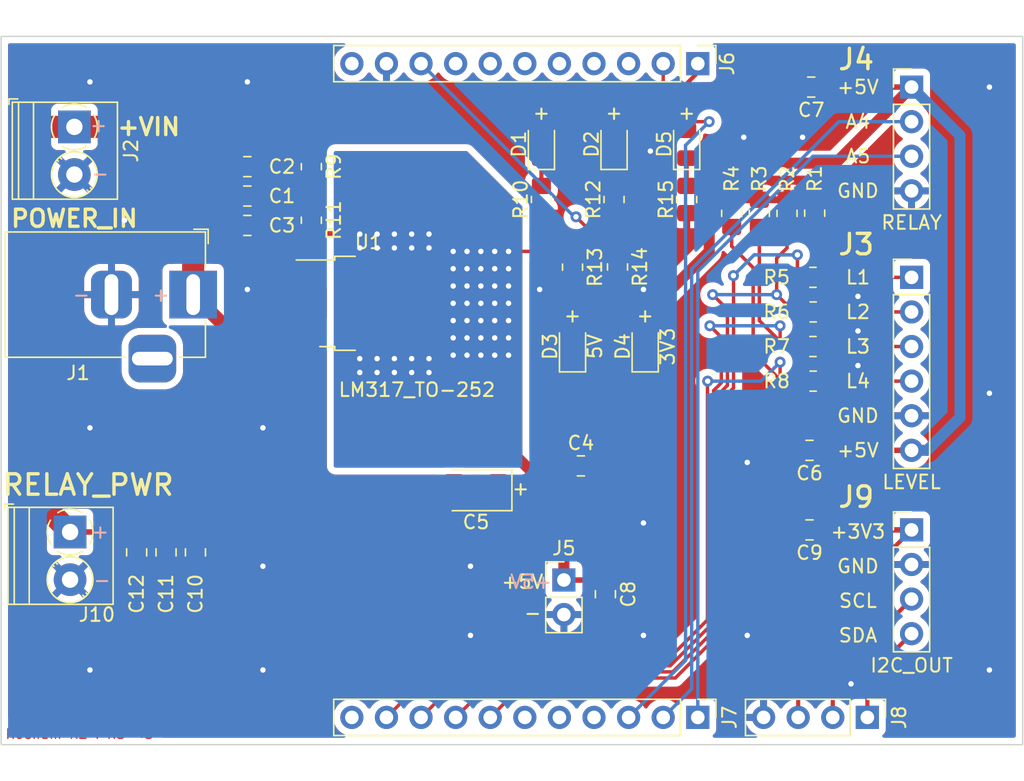
<source format=kicad_pcb>
(kicad_pcb (version 20211014) (generator pcbnew)
  (title_block (date "2023-01-19") (rev "1.1"))
  (layers (0 "F.Cu" signal) (31 "B.Cu" signal) (34 "B.Paste" user) (35 "F.Paste" user) (36 "B.SilkS" user "B.Silkscreen") (37 "F.SilkS" user "F.Silkscreen") (38 "B.Mask" user) (39 "F.Mask" user) (44 "Edge.Cuts" user))
  (net 0 "")
  (net 1 "+12V")
  (net 2 "GND")
  (net 3 "+5V")
  (net 4 "Net-(D1-Pad1)")
  (net 5 "/D2")
  (net 6 "Net-(D2-Pad1)")
  (net 7 "/D3")
  (net 8 "Net-(D3-Pad2)")
  (net 9 "/A3")
  (net 10 "/A4")
  (net 11 "/A5")
  (net 12 "/D4")
  (net 13 "/D5")
  (net 14 "/D6")
  (net 15 "/D7")
  (net 16 "/D8")
  (net 17 "/D9")
  (net 18 "+3.3V")
  (net 19 "/VBAT+")
  (net 20 "/A2")
  (net 21 "/A1")
  (net 22 "/A0")
  (net 23 "/D10")
  (net 24 "/D11")
  (net 25 "/D12")
  (net 26 "/D13")
  (net 27 "/RESET")
  (net 28 "/SDA")
  (net 29 "/SCL")
  (net 30 "Net-(R11-Pad2)")
  (net 32 "Net-(J3-Pad1)")
  (net 33 "Net-(J3-Pad2)")
  (net 34 "Net-(J3-Pad3)")
  (net 35 "Net-(J3-Pad4)")
  (net 36 "Net-(D4-Pad2)")
  (net 37 "Net-(D5-Pad1)")
  (footprint "Resistor_SMD:R_0805_2012Metric_Pad1.20x1.40mm_HandSolder" (layer "F.Cu") (at 135.001 61.976 -90)
    (fp_text reference "R12" (at 0 1.524 90) (layer "F.SilkS"))
    (fp_text value "1k")
    (pad "1" smd roundrect (at -1 0 270) (size 1.2 1.4) (layers "F.Cu" "F.Paste" "F.Mask") (roundrect_rratio 0.2083333333) (net 6 "Net-(D2-Pad1)"))
    (pad "2" smd roundrect (at 1 0 270) (size 1.2 1.4) (layers "F.Cu" "F.Paste" "F.Mask") (roundrect_rratio 0.2083333333) (net 2 "GND"))
  )
  (footprint "Resistor_SMD:R_0805_2012Metric_Pad1.20x1.40mm_HandSolder" (layer "F.Cu") (at 129.667 61.976 -90)
    (fp_text reference "R10" (at 0 1.524 90) (layer "F.SilkS"))
    (fp_text value "1k")
    (pad "1" smd roundrect (at -1 0 270) (size 1.2 1.4) (layers "F.Cu" "F.Paste" "F.Mask") (roundrect_rratio 0.2083333333) (net 4 "Net-(D1-Pad1)"))
    (pad "2" smd roundrect (at 1 0 270) (size 1.2 1.4) (layers "F.Cu" "F.Paste" "F.Mask") (roundrect_rratio 0.2083333333) (net 2 "GND"))
  )
  (footprint "TerminalBlock_Phoenix:TerminalBlock_Phoenix_PT-1,5-2-3.5-H_1x02_P3.50mm_Horizontal" (layer "F.Cu") (at 95.377 56.642 -90)
    (fp_text reference "J2" (at 1.75 -4.16 90) (layer "F.SilkS"))
    (fp_text value "POWER_IN" (at 6.731 0 180) (layer "F.SilkS") (effects (font (size 1.25 1.25) (thickness 0.25))))
    (pad "1" thru_hole rect (at 0 0 270) (size 2.4 2.4) (drill 1.2) (layers *.Cu *.Mask) (net 1 "+12V"))
    (pad "2" thru_hole circle (at 3.5 0 270) (size 2.4 2.4) (drill 1.2) (layers *.Cu *.Mask) (net 2 "GND"))
  )
  (footprint "Capacitor_SMD:C_0805_2012Metric_Pad1.18x1.45mm_HandSolder" (layer "F.Cu") (at 149.479 53.721 180)
    (fp_text reference "C7" (at 0 -1.68) (layer "F.SilkS"))
    (fp_text value "100n")
    (pad "1" smd roundrect (at -1.0375 0 180) (size 1.175 1.45) (layers "F.Cu" "F.Paste" "F.Mask") (roundrect_rratio 0.2127659574) (net 3 "+5V"))
    (pad "2" smd roundrect (at 1.0375 0 180) (size 1.175 1.45) (layers "F.Cu" "F.Paste" "F.Mask") (roundrect_rratio 0.2127659574) (net 2 "GND"))
  )
  (footprint "LED_SMD:LED_0805_2012Metric_Pad1.15x1.40mm_HandSolder" (layer "F.Cu") (at 131.953 72.771 90)
    (fp_text reference "D3" (at 0 -1.65 90) (layer "F.SilkS"))
    (fp_text value "5V" (at 0 1.65 90) (layer "F.SilkS"))
    (pad "1" smd roundrect (at -1.025 0 90) (size 1.15 1.4) (layers "F.Cu" "F.Paste" "F.Mask") (roundrect_rratio 0.2173913043) (net 2 "GND"))
    (pad "2" smd roundrect (at 1.025 0 90) (size 1.15 1.4) (layers "F.Cu" "F.Paste" "F.Mask") (roundrect_rratio 0.2173913043) (net 8 "Net-(D3-Pad2)"))
  )
  (footprint "Connector_PinHeader_2.54mm:PinHeader_1x06_P2.54mm_Vertical" (layer "F.Cu") (at 156.845 67.691)
    (fp_text reference "J3" (at -4.064 -2.413) (layer "F.SilkS") (effects (font (size 1.5 1.5) (thickness 0.25))))
    (fp_text value "LEVEL" (at 0 15.03) (layer "F.SilkS"))
    (pad "1" thru_hole rect (at 0 0) (size 1.7 1.7) (drill 1) (layers *.Cu *.Mask) (net 32 "Net-(J3-Pad1)"))
    (pad "2" thru_hole oval (at 0 2.54) (size 1.7 1.7) (drill 1) (layers *.Cu *.Mask) (net 33 "Net-(J3-Pad2)"))
    (pad "3" thru_hole oval (at 0 5.08) (size 1.7 1.7) (drill 1) (layers *.Cu *.Mask) (net 34 "Net-(J3-Pad3)"))
    (pad "4" thru_hole oval (at 0 7.62) (size 1.7 1.7) (drill 1) (layers *.Cu *.Mask) (net 35 "Net-(J3-Pad4)"))
    (pad "5" thru_hole oval (at 0 10.16) (size 1.7 1.7) (drill 1) (layers *.Cu *.Mask) (net 2 "GND"))
    (pad "6" thru_hole oval (at 0 12.7) (size 1.7 1.7) (drill 1) (layers *.Cu *.Mask) (net 3 "+5V"))
  )
  (footprint "Connector_PinHeader_2.54mm:PinHeader_1x11_P2.54mm_Vertical" (layer "F.Cu") (at 141.15 52 -90)
    (fp_text reference "J6" (at 0 -2.15 -90) (layer "F.SilkS"))
    (fp_text value "Conn_01x11")
    (pad "1" thru_hole rect (at 0 0 270) (size 1.7 1.7) (drill 1) (layers *.Cu *.Mask) (net 5 "/D2"))
    (pad "2" thru_hole oval (at 0 2.54 270) (size 1.7 1.7) (drill 1) (layers *.Cu *.Mask) (net 7 "/D3"))
    (pad "3" thru_hole oval (at 0 5.08 270) (size 1.7 1.7) (drill 1) (layers *.Cu *.Mask) (net 12 "/D4"))
    (pad "4" thru_hole oval (at 0 7.62 270) (size 1.7 1.7) (drill 1) (layers *.Cu *.Mask) (net 13 "/D5"))
    (pad "5" thru_hole oval (at 0 10.16 270) (size 1.7 1.7) (drill 1) (layers *.Cu *.Mask) (net 14 "/D6"))
    (pad "6" thru_hole oval (at 0 12.7 270) (size 1.7 1.7) (drill 1) (layers *.Cu *.Mask) (net 15 "/D7"))
    (pad "7" thru_hole oval (at 0 15.24 270) (size 1.7 1.7) (drill 1) (layers *.Cu *.Mask) (net 16 "/D8"))
    (pad "8" thru_hole oval (at 0 17.78 270) (size 1.7 1.7) (drill 1) (layers *.Cu *.Mask) (net 17 "/D9"))
    (pad "9" thru_hole oval (at 0 20.32 270) (size 1.7 1.7) (drill 1) (layers *.Cu *.Mask) (net 18 "+3.3V"))
    (pad "10" thru_hole oval (at 0 22.86 270) (size 1.7 1.7) (drill 1) (layers *.Cu *.Mask) (net 2 "GND"))
    (pad "11" thru_hole oval (at 0 25.4 270) (size 1.7 1.7) (drill 1) (layers *.Cu *.Mask) (net 19 "/VBAT+"))
  )
  (footprint "Package_TO_SOT_SMD:TO-252-2" (layer "F.Cu") (at 116.967 69.596)
    (fp_text reference "U1" (at 0 -4.5) (layer "F.SilkS"))
    (fp_text value "LM317_TO-252" (at 3.556 6.35) (layer "F.SilkS"))
    (pad "1" smd rect (at -4.2 -2.28) (size 2.2 1.2) (layers "F.Cu" "F.Paste" "F.Mask") (net 30 "Net-(R11-Pad2)"))
    (pad "2" smd rect (at 2.1 0) (size 6.4 5.8) (layers "F.Cu" "F.Mask") (net 3 "+5V"))
    (pad "3" smd rect (at -4.2 2.28) (size 2.2 1.2) (layers "F.Cu" "F.Paste" "F.Mask") (net 1 "+12V"))
  )
  (footprint "Resistor_SMD:R_0805_2012Metric_Pad1.20x1.40mm_HandSolder" (layer "F.Cu") (at 149.622 75.311)
    (fp_text reference "R8" (at -2.683 0) (layer "F.SilkS"))
    (fp_text value "1k")
    (pad "1" smd roundrect (at -1 0) (size 1.2 1.4) (layers "F.Cu" "F.Paste" "F.Mask") (roundrect_rratio 0.2083333333) (net 26 "/D13"))
    (pad "2" smd roundrect (at 1 0) (size 1.2 1.4) (layers "F.Cu" "F.Paste" "F.Mask") (roundrect_rratio 0.2083333333) (net 35 "Net-(J3-Pad4)"))
  )
  (footprint "Connector_PinHeader_2.54mm:PinHeader_1x04_P2.54mm_Vertical" (layer "F.Cu") (at 156.845 86.233)
    (fp_text reference "J9" (at -4.064 -2.413) (layer "F.SilkS") (effects (font (size 1.5 1.5) (thickness 0.25))))
    (fp_text value "I2C_OUT" (at 0 9.95) (layer "F.SilkS"))
    (pad "1" thru_hole rect (at 0 0) (size 1.7 1.7) (drill 1) (layers *.Cu *.Mask) (net 18 "+3.3V"))
    (pad "2" thru_hole oval (at 0 2.54) (size 1.7 1.7) (drill 1) (layers *.Cu *.Mask) (net 2 "GND"))
    (pad "3" thru_hole oval (at 0 5.08) (size 1.7 1.7) (drill 1) (layers *.Cu *.Mask) (net 29 "/SCL"))
    (pad "4" thru_hole oval (at 0 7.62) (size 1.7 1.7) (drill 1) (layers *.Cu *.Mask) (net 28 "/SDA"))
  )
  (footprint "Connector_PinHeader_2.54mm:PinHeader_1x11_P2.54mm_Vertical" (layer "F.Cu") (at 141.15 100 -90)
    (fp_text reference "J7" (at 0 -2.33 90) (layer "F.SilkS"))
    (fp_text value "Conn_01x11")
    (pad "1" thru_hole rect (at 0 0 270) (size 1.7 1.7) (drill 1) (layers *.Cu *.Mask) (net 11 "/A5"))
    (pad "2" thru_hole oval (at 0 2.54 270) (size 1.7 1.7) (drill 1) (layers *.Cu *.Mask) (net 10 "/A4"))
    (pad "3" thru_hole oval (at 0 5.08 270) (size 1.7 1.7) (drill 1) (layers *.Cu *.Mask) (net 9 "/A3"))
    (pad "4" thru_hole oval (at 0 7.62 270) (size 1.7 1.7) (drill 1) (layers *.Cu *.Mask) (net 20 "/A2"))
    (pad "5" thru_hole oval (at 0 10.16 270) (size 1.7 1.7) (drill 1) (layers *.Cu *.Mask) (net 21 "/A1"))
    (pad "6" thru_hole oval (at 0 12.7 270) (size 1.7 1.7) (drill 1) (layers *.Cu *.Mask) (net 22 "/A0"))
    (pad "7" thru_hole oval (at 0 15.24 270) (size 1.7 1.7) (drill 1) (layers *.Cu *.Mask) (net 23 "/D10"))
    (pad "8" thru_hole oval (at 0 17.78 270) (size 1.7 1.7) (drill 1) (layers *.Cu *.Mask) (net 24 "/D11"))
    (pad "9" thru_hole oval (at 0 20.32 270) (size 1.7 1.7) (drill 1) (layers *.Cu *.Mask) (net 25 "/D12"))
    (pad "10" thru_hole oval (at 0 22.86 270) (size 1.7 1.7) (drill 1) (layers *.Cu *.Mask) (net 26 "/D13"))
    (pad "11" thru_hole oval (at 0 25.4 270) (size 1.7 1.7) (drill 1) (layers *.Cu *.Mask) (net 27 "/RESET"))
  )
  (footprint "Connector_PinHeader_2.54mm:PinHeader_1x04_P2.54mm_Vertical" (layer "F.Cu") (at 156.845 53.721)
    (fp_text reference "J4" (at -4.064 -2.032) (layer "F.SilkS") (effects (font (size 1.5 1.5) (thickness 0.25))))
    (fp_text value "RELAY" (at 0 9.95) (layer "F.SilkS"))
    (pad "1" thru_hole rect (at 0 0) (size 1.7 1.7) (drill 1) (layers *.Cu *.Mask) (net 3 "+5V"))
    (pad "2" thru_hole oval (at 0 2.54) (size 1.7 1.7) (drill 1) (layers *.Cu *.Mask) (net 10 "/A4"))
    (pad "3" thru_hole oval (at 0 5.08) (size 1.7 1.7) (drill 1) (layers *.Cu *.Mask) (net 11 "/A5"))
    (pad "4" thru_hole oval (at 0 7.62) (size 1.7 1.7) (drill 1) (layers *.Cu *.Mask) (net 2 "GND"))
  )
  (footprint "Capacitor_Tantalum_SMD:CP_EIA-3528-12_Kemet-T_Pad1.50x2.35mm_HandSolder" (layer "F.Cu") (at 124.867 83.312 180)
    (fp_text reference "C5" (at 0 -2.35) (layer "F.SilkS"))
    (fp_text value "100u")
    (pad "1" smd roundrect (at -1.625 0 180) (size 1.5 2.35) (layers "F.Cu" "F.Paste" "F.Mask") (roundrect_rratio 0.1666673333) (net 3 "+5V"))
    (pad "2" smd roundrect (at 1.625 0 180) (size 1.5 2.35) (layers "F.Cu" "F.Paste" "F.Mask") (roundrect_rratio 0.1666673333) (net 2 "GND"))
  )
  (footprint "Capacitor_SMD:C_0805_2012Metric_Pad1.18x1.45mm_HandSolder" (layer "F.Cu") (at 108.077 63.881)
    (fp_text reference "C3" (at 2.54 0) (layer "F.SilkS"))
    (fp_text value "100n")
    (pad "1" smd roundrect (at -1.0375 0) (size 1.175 1.45) (layers "F.Cu" "F.Paste" "F.Mask") (roundrect_rratio 0.2127659574) (net 1 "+12V"))
    (pad "2" smd roundrect (at 1.0375 0) (size 1.175 1.45) (layers "F.Cu" "F.Paste" "F.Mask") (roundrect_rratio 0.2127659574) (net 2 "GND"))
  )
  (footprint "Connector_PinHeader_2.54mm:PinHeader_1x02_P2.54mm_Vertical" (layer "F.Cu") (at 131.318 89.911)
    (fp_text reference "J5" (at 0 -2.33) (layer "F.SilkS"))
    (fp_text value "MCU_PWR")
    (pad "1" thru_hole rect (at 0 0) (size 1.7 1.7) (drill 1) (layers *.Cu *.Mask) (net 3 "+5V"))
    (pad "2" thru_hole oval (at 0 2.54) (size 1.7 1.7) (drill 1) (layers *.Cu *.Mask) (net 2 "GND"))
  )
  (footprint "Resistor_SMD:R_0805_2012Metric_Pad1.20x1.40mm_HandSolder" (layer "F.Cu") (at 143.637 62.992 -90)
    (fp_text reference "R4" (at -2.54 0 90) (layer "F.SilkS"))
    (fp_text value "2k")
    (pad "1" smd roundrect (at -1 0 270) (size 1.2 1.4) (layers "F.Cu" "F.Paste" "F.Mask") (roundrect_rratio 0.2083333333) (net 2 "GND"))
    (pad "2" smd roundrect (at 1 0 270) (size 1.2 1.4) (layers "F.Cu" "F.Paste" "F.Mask") (roundrect_rratio 0.2083333333) (net 26 "/D13"))
  )
  (footprint "Capacitor_SMD:C_0805_2012Metric_Pad1.18x1.45mm_HandSolder" (layer "F.Cu") (at 104.267 87.884 -90)
    (fp_text reference "C10" (at 3.048 0 90) (layer "F.SilkS"))
    (fp_text value "22u")
    (pad "1" smd roundrect (at -1.0375 0 270) (size 1.175 1.45) (layers "F.Cu" "F.Paste" "F.Mask") (roundrect_rratio 0.2127659574) (net 1 "+12V"))
    (pad "2" smd roundrect (at 1.0375 0 270) (size 1.175 1.45) (layers "F.Cu" "F.Paste" "F.Mask") (roundrect_rratio 0.2127659574) (net 2 "GND"))
  )
  (footprint "Connector_BarrelJack:BarrelJack_Horizontal" (layer "F.Cu") (at 104.1 68.96)
    (fp_text reference "J1" (at -8.45 5.75) (layer "F.SilkS"))
    (fp_text value "Barrel_Jack_Switch")
    (pad "1" thru_hole rect (at 0 0) (size 3.5 3.5) (drill oval 1 3) (layers *.Cu *.Mask) (net 1 "+12V"))
    (pad "2" thru_hole roundrect (at -6 0) (size 3 3.5) (drill oval 1 3) (layers *.Cu *.Mask) (net 2 "GND"))
    (pad "3" thru_hole roundrect (at -3 4.7) (size 3.5 3.5) (drill oval 3 1) (layers *.Cu *.Mask))
  )
  (footprint "Capacitor_SMD:C_0805_2012Metric_Pad1.18x1.45mm_HandSolder" (layer "F.Cu") (at 99.949 87.884 -90)
    (fp_text reference "C12" (at 3.048 0 90) (layer "F.SilkS"))
    (fp_text value "100n")
    (pad "1" smd roundrect (at -1.0375 0 270) (size 1.175 1.45) (layers "F.Cu" "F.Paste" "F.Mask") (roundrect_rratio 0.2127659574) (net 1 "+12V"))
    (pad "2" smd roundrect (at 1.0375 0 270) (size 1.175 1.45) (layers "F.Cu" "F.Paste" "F.Mask") (roundrect_rratio 0.2127659574) (net 2 "GND"))
  )
  (footprint "Resistor_SMD:R_0805_2012Metric_Pad1.20x1.40mm_HandSolder" (layer "F.Cu") (at 135.255 66.929 -90)
    (fp_text reference "R14" (at 0 -1.65 90) (layer "F.SilkS"))
    (fp_text value "1k")
    (pad "1" smd roundrect (at -1 0 270) (size 1.2 1.4) (layers "F.Cu" "F.Paste" "F.Mask") (roundrect_rratio 0.2083333333) (net 18 "+3.3V"))
    (pad "2" smd roundrect (at 1 0 270) (size 1.2 1.4) (layers "F.Cu" "F.Paste" "F.Mask") (roundrect_rratio 0.2083333333) (net 36 "Net-(D4-Pad2)"))
  )
  (footprint "Resistor_SMD:R_0805_2012Metric_Pad1.20x1.40mm_HandSolder" (layer "F.Cu") (at 131.953 66.945 -90)
    (fp_text reference "R13" (at 0 -1.65 90) (layer "F.SilkS"))
    (fp_text value "1k")
    (pad "1" smd roundrect (at -1 0 270) (size 1.2 1.4) (layers "F.Cu" "F.Paste" "F.Mask") (roundrect_rratio 0.2083333333) (net 3 "+5V"))
    (pad "2" smd roundrect (at 1 0 270) (size 1.2 1.4) (layers "F.Cu" "F.Paste" "F.Mask") (roundrect_rratio 0.2083333333) (net 8 "Net-(D3-Pad2)"))
  )
  (footprint "Resistor_SMD:R_0805_2012Metric_Pad1.20x1.40mm_HandSolder" (layer "F.Cu") (at 149.733 62.976 -90)
    (fp_text reference "R1" (at -2.524 0 90) (layer "F.SilkS"))
    (fp_text value "2k")
    (pad "1" smd roundrect (at -1 0 270) (size 1.2 1.4) (layers "F.Cu" "F.Paste" "F.Mask") (roundrect_rratio 0.2083333333) (net 2 "GND"))
    (pad "2" smd roundrect (at 1 0 270) (size 1.2 1.4) (layers "F.Cu" "F.Paste" "F.Mask") (roundrect_rratio 0.2083333333) (net 23 "/D10"))
  )
  (footprint "Resistor_SMD:R_0805_2012Metric_Pad1.20x1.40mm_HandSolder" (layer "F.Cu") (at 112.776 63.5 90)
    (fp_text reference "R11" (at 0 1.651 90) (layer "F.SilkS"))
    (fp_text value "330")
    (pad "1" smd roundrect (at -1 0 90) (size 1.2 1.4) (layers "F.Cu" "F.Paste" "F.Mask") (roundrect_rratio 0.2083333333) (net 3 "+5V"))
    (pad "2" smd roundrect (at 1 0 90) (size 1.2 1.4) (layers "F.Cu" "F.Paste" "F.Mask") (roundrect_rratio 0.2083333333) (net 30 "Net-(R11-Pad2)"))
  )
  (footprint "Capacitor_SMD:C_0805_2012Metric_Pad1.18x1.45mm_HandSolder" (layer "F.Cu") (at 108.077 59.563)
    (fp_text reference "C2" (at 2.54 0) (layer "F.SilkS"))
    (fp_text value "22u")
    (pad "1" smd roundrect (at -1.0375 0) (size 1.175 1.45) (layers "F.Cu" "F.Paste" "F.Mask") (roundrect_rratio 0.2127659574) (net 1 "+12V"))
    (pad "2" smd roundrect (at 1.0375 0) (size 1.175 1.45) (layers "F.Cu" "F.Paste" "F.Mask") (roundrect_rratio 0.2127659574) (net 2 "GND"))
  )
  (footprint "LED_SMD:LED_0805_2012Metric_Pad1.15x1.40mm_HandSolder" (layer "F.Cu") (at 129.667 57.912 90)
    (fp_text reference "D1" (at 0 -1.65 90) (layer "F.SilkS"))
    (fp_text value "LED1")
    (pad "1" smd roundrect (at -1.025 0 90) (size 1.15 1.4) (layers "F.Cu" "F.Paste" "F.Mask") (roundrect_rratio 0.2173913043) (net 4 "Net-(D1-Pad1)"))
    (pad "2" smd roundrect (at 1.025 0 90) (size 1.15 1.4) (layers "F.Cu" "F.Paste" "F.Mask") (roundrect_rratio 0.2173913043) (net 5 "/D2"))
  )
  (footprint "Connector_PinHeader_2.54mm:PinHeader_1x04_P2.54mm_Vertical" (layer "F.Cu") (at 153.6 100 -90)
    (fp_text reference "J8" (at 0 -2.33 90) (layer "F.SilkS"))
    (fp_text value "I2C")
    (pad "1" thru_hole rect (at 0 0 270) (size 1.7 1.7) (drill 1) (layers *.Cu *.Mask) (net 28 "/SDA"))
    (pad "2" thru_hole oval (at 0 2.54 270) (size 1.7 1.7) (drill 1) (layers *.Cu *.Mask) (net 29 "/SCL"))
    (pad "3" thru_hole oval (at 0 5.08 270) (size 1.7 1.7) (drill 1) (layers *.Cu *.Mask) (net 18 "+3.3V"))
    (pad "4" thru_hole oval (at 0 7.62 270) (size 1.7 1.7) (drill 1) (layers *.Cu *.Mask) (net 2 "GND"))
  )
  (footprint "Resistor_SMD:R_0805_2012Metric_Pad1.20x1.40mm_HandSolder" (layer "F.Cu") (at 149.622 70.231)
    (fp_text reference "R6" (at -2.683 0) (layer "F.SilkS"))
    (fp_text value "1k")
    (pad "1" smd roundrect (at -1 0) (size 1.2 1.4) (layers "F.Cu" "F.Paste" "F.Mask") (roundrect_rratio 0.2083333333) (net 24 "/D11"))
    (pad "2" smd roundrect (at 1 0) (size 1.2 1.4) (layers "F.Cu" "F.Paste" "F.Mask") (roundrect_rratio 0.2083333333) (net 33 "Net-(J3-Pad2)"))
  )
  (footprint "Resistor_SMD:R_0805_2012Metric_Pad1.20x1.40mm_HandSolder" (layer "F.Cu") (at 149.606 67.691)
    (fp_text reference "R5" (at -2.667 0) (layer "F.SilkS"))
    (fp_text value "1k")
    (pad "1" smd roundrect (at -1 0) (size 1.2 1.4) (layers "F.Cu" "F.Paste" "F.Mask") (roundrect_rratio 0.2083333333) (net 23 "/D10"))
    (pad "2" smd roundrect (at 1 0) (size 1.2 1.4) (layers "F.Cu" "F.Paste" "F.Mask") (roundrect_rratio 0.2083333333) (net 32 "Net-(J3-Pad1)"))
  )
  (footprint "Resistor_SMD:R_0805_2012Metric_Pad1.20x1.40mm_HandSolder" (layer "F.Cu") (at 140.335 61.976 -90)
    (fp_text reference "R15" (at 0 1.524 90) (layer "F.SilkS"))
    (fp_text value "1k")
    (pad "1" smd roundrect (at -1 0 270) (size 1.2 1.4) (layers "F.Cu" "F.Paste" "F.Mask") (roundrect_rratio 0.2083333333) (net 37 "Net-(D5-Pad1)"))
    (pad "2" smd roundrect (at 1 0 270) (size 1.2 1.4) (layers "F.Cu" "F.Paste" "F.Mask") (roundrect_rratio 0.2083333333) (net 2 "GND"))
  )
  (footprint "Capacitor_SMD:C_0805_2012Metric_Pad1.18x1.45mm_HandSolder" (layer "F.Cu") (at 149.352 86.233 180)
    (fp_text reference "C9" (at 0 -1.68) (layer "F.SilkS"))
    (fp_text value "100n")
    (pad "1" smd roundrect (at -1.0375 0 180) (size 1.175 1.45) (layers "F.Cu" "F.Paste" "F.Mask") (roundrect_rratio 0.2127659574) (net 18 "+3.3V"))
    (pad "2" smd roundrect (at 1.0375 0 180) (size 1.175 1.45) (layers "F.Cu" "F.Paste" "F.Mask") (roundrect_rratio 0.2127659574) (net 2 "GND"))
  )
  (footprint "Resistor_SMD:R_0805_2012Metric_Pad1.20x1.40mm_HandSolder" (layer "F.Cu") (at 145.669 62.992 -90)
    (fp_text reference "R3" (at -2.54 0 90) (layer "F.SilkS"))
    (fp_text value "2k")
    (pad "1" smd roundrect (at -1 0 270) (size 1.2 1.4) (layers "F.Cu" "F.Paste" "F.Mask") (roundrect_rratio 0.2083333333) (net 2 "GND"))
    (pad "2" smd roundrect (at 1 0 270) (size 1.2 1.4) (layers "F.Cu" "F.Paste" "F.Mask") (roundrect_rratio 0.2083333333) (net 25 "/D12"))
  )
  (footprint "LED_SMD:LED_0805_2012Metric_Pad1.15x1.40mm_HandSolder" (layer "F.Cu") (at 135.001 57.912 90)
    (fp_text reference "D2" (at 0 -1.65 90) (layer "F.SilkS"))
    (fp_text value "LED2")
    (pad "1" smd roundrect (at -1.025 0 90) (size 1.15 1.4) (layers "F.Cu" "F.Paste" "F.Mask") (roundrect_rratio 0.2173913043) (net 6 "Net-(D2-Pad1)"))
    (pad "2" smd roundrect (at 1.025 0 90) (size 1.15 1.4) (layers "F.Cu" "F.Paste" "F.Mask") (roundrect_rratio 0.2173913043) (net 7 "/D3"))
  )
  (footprint "Capacitor_SMD:C_0805_2012Metric_Pad1.18x1.45mm_HandSolder" (layer "F.Cu") (at 132.5665 81.534)
    (fp_text reference "C4" (at 0 -1.68) (layer "F.SilkS"))
    (fp_text value "100n")
    (pad "1" smd roundrect (at -1.0375 0) (size 1.175 1.45) (layers "F.Cu" "F.Paste" "F.Mask") (roundrect_rratio 0.2127659574) (net 3 "+5V"))
    (pad "2" smd roundrect (at 1.0375 0) (size 1.175 1.45) (layers "F.Cu" "F.Paste" "F.Mask") (roundrect_rratio 0.2127659574) (net 2 "GND"))
  )
  (footprint "Capacitor_SMD:C_0805_2012Metric_Pad1.18x1.45mm_HandSolder" (layer "F.Cu") (at 108.077 61.722)
    (fp_text reference "C1" (at 2.54 0) (layer "F.SilkS"))
    (fp_text value "22u")
    (pad "1" smd roundrect (at -1.0375 0) (size 1.175 1.45) (layers "F.Cu" "F.Paste" "F.Mask") (roundrect_rratio 0.2127659574) (net 1 "+12V"))
    (pad "2" smd roundrect (at 1.0375 0) (size 1.175 1.45) (layers "F.Cu" "F.Paste" "F.Mask") (roundrect_rratio 0.2127659574) (net 2 "GND"))
  )
  (footprint "Capacitor_SMD:C_0805_2012Metric_Pad1.18x1.45mm_HandSolder" (layer "F.Cu") (at 149.352 80.391 180)
    (fp_text reference "C6" (at 0 -1.68) (layer "F.SilkS"))
    (fp_text value "100n")
    (pad "1" smd roundrect (at -1.0375 0 180) (size 1.175 1.45) (layers "F.Cu" "F.Paste" "F.Mask") (roundrect_rratio 0.2127659574) (net 3 "+5V"))
    (pad "2" smd roundrect (at 1.0375 0 180) (size 1.175 1.45) (layers "F.Cu" "F.Paste" "F.Mask") (roundrect_rratio 0.2127659574) (net 2 "GND"))
  )
  (footprint "Resistor_SMD:R_0805_2012Metric_Pad1.20x1.40mm_HandSolder" (layer "F.Cu") (at 149.606 72.771)
    (fp_text reference "R7" (at -2.667 0) (layer "F.SilkS"))
    (fp_text value "1k")
    (pad "1" smd roundrect (at -1 0) (size 1.2 1.4) (layers "F.Cu" "F.Paste" "F.Mask") (roundrect_rratio 0.2083333333) (net 25 "/D12"))
    (pad "2" smd roundrect (at 1 0) (size 1.2 1.4) (layers "F.Cu" "F.Paste" "F.Mask") (roundrect_rratio 0.2083333333) (net 34 "Net-(J3-Pad3)"))
  )
  (footprint "LED_SMD:LED_0805_2012Metric_Pad1.15x1.40mm_HandSolder" (layer "F.Cu") (at 140.335 57.912 90)
    (fp_text reference "D5" (at 0 -1.65 90) (layer "F.SilkS"))
    (fp_text value "LED3")
    (pad "1" smd roundrect (at -1.025 0 90) (size 1.15 1.4) (layers "F.Cu" "F.Paste" "F.Mask") (roundrect_rratio 0.2173913043) (net 37 "Net-(D5-Pad1)"))
    (pad "2" smd roundrect (at 1.025 0 90) (size 1.15 1.4) (layers "F.Cu" "F.Paste" "F.Mask") (roundrect_rratio 0.2173913043) (net 9 "/A3"))
  )
  (footprint "LED_SMD:LED_0805_2012Metric_Pad1.15x1.40mm_HandSolder" (layer "F.Cu") (at 137.287 72.771 90)
    (fp_text reference "D4" (at 0 -1.65 90) (layer "F.SilkS"))
    (fp_text value "3V3" (at 0 1.65 90) (layer "F.SilkS"))
    (pad "1" smd roundrect (at -1.025 0 90) (size 1.15 1.4) (layers "F.Cu" "F.Paste" "F.Mask") (roundrect_rratio 0.2173913043) (net 2 "GND"))
    (pad "2" smd roundrect (at 1.025 0 90) (size 1.15 1.4) (layers "F.Cu" "F.Paste" "F.Mask") (roundrect_rratio 0.2173913043) (net 36 "Net-(D4-Pad2)"))
  )
  (footprint "TerminalBlock_Phoenix:TerminalBlock_Phoenix_PT-1,5-2-3.5-H_1x02_P3.50mm_Horizontal" (layer "F.Cu") (at 95.061 86.388 -90)
    (fp_text reference "J10" (at 6.068 -1.967 180) (layer "F.SilkS"))
    (fp_text value "RELAY_PWR" (at -3.457 -1.332 180) (layer "F.SilkS") (effects (font (size 1.5 1.5) (thickness 0.25))))
    (pad "1" thru_hole rect (at 0 0 270) (size 2.4 2.4) (drill 1.2) (layers *.Cu *.Mask) (net 1 "+12V"))
    (pad "2" thru_hole circle (at 3.5 0 270) (size 2.4 2.4) (drill 1.2) (layers *.Cu *.Mask) (net 2 "GND"))
  )
  (footprint "Resistor_SMD:R_0805_2012Metric_Pad1.20x1.40mm_HandSolder" (layer "F.Cu") (at 112.776 59.563 -90)
    (fp_text reference "R9" (at 0 -1.65 90) (layer "F.SilkS"))
    (fp_text value "1k")
    (pad "1" smd roundrect (at -1 0 270) (size 1.2 1.4) (layers "F.Cu" "F.Paste" "F.Mask") (roundrect_rratio 0.2083333333) (net 2 "GND"))
    (pad "2" smd roundrect (at 1 0 270) (size 1.2 1.4) (layers "F.Cu" "F.Paste" "F.Mask") (roundrect_rratio 0.2083333333) (net 30 "Net-(R11-Pad2)"))
  )
  (footprint "Resistor_SMD:R_0805_2012Metric_Pad1.20x1.40mm_HandSolder" (layer "F.Cu") (at 147.701 62.992 -90)
    (fp_text reference "R2" (at -2.54 0 90) (layer "F.SilkS"))
    (fp_text value "2k")
    (pad "1" smd roundrect (at -1 0 270) (size 1.2 1.4) (layers "F.Cu" "F.Paste" "F.Mask") (roundrect_rratio 0.2083333333) (net 2 "GND"))
    (pad "2" smd roundrect (at 1 0 270) (size 1.2 1.4) (layers "F.Cu" "F.Paste" "F.Mask") (roundrect_rratio 0.2083333333) (net 24 "/D11"))
  )
  (footprint "Capacitor_SMD:C_0805_2012Metric_Pad1.18x1.45mm_HandSolder" (layer "F.Cu") (at 102.108 87.884 -90)
    (fp_text reference "C11" (at 3.048 0 90) (layer "F.SilkS"))
    (fp_text value "22u")
    (pad "1" smd roundrect (at -1.0375 0 270) (size 1.175 1.45) (layers "F.Cu" "F.Paste" "F.Mask") (roundrect_rratio 0.2127659574) (net 1 "+12V"))
    (pad "2" smd roundrect (at 1.0375 0 270) (size 1.175 1.45) (layers "F.Cu" "F.Paste" "F.Mask") (roundrect_rratio 0.2127659574) (net 2 "GND"))
  )
  (footprint "Capacitor_SMD:C_0805_2012Metric_Pad1.18x1.45mm_HandSolder" (layer "F.Cu") (at 134.366 90.9535 -90)
    (fp_text reference "C8" (at 0 -1.68 90) (layer "F.SilkS"))
    (fp_text value "100n")
    (pad "1" smd roundrect (at -1.0375 0 270) (size 1.175 1.45) (layers "F.Cu" "F.Paste" "F.Mask") (roundrect_rratio 0.2127659574) (net 3 "+5V"))
    (pad "2" smd roundrect (at 1.0375 0 270) (size 1.175 1.45) (layers "F.Cu" "F.Paste" "F.Mask") (roundrect_rratio 0.2127659574) (net 2 "GND"))
  )
  (gr_rect locked (start 90 50) (end 165 102) (layer "Edge.Cuts") (width 0.1) (fill none))
  (gr_text "Kocham R2 i R3 <3" (at 95.758 101.219) (layer "F.Cu") (effects (font (size 0.7 0.7) (thickness 0.1))))
  (gr_text "+" (at 101.727 68.961) (layer "B.SilkS") (effects (font (size 1 1))))
  (gr_text "-" (at 97.282 60.071) (layer "B.SilkS") (effects (font (size 1 1))))
  (gr_text "-" (at 97.409 89.916) (layer "B.SilkS") (effects (font (size 1 1))))
  (gr_text "+" (at 97.155 56.515) (layer "B.SilkS") (effects (font (size 1 1))))
  (gr_text "+" (at 97.282 86.36) (layer "B.SilkS") (effects (font (size 1 1))))
  (gr_text "-" (at 95.885 68.961) (layer "B.SilkS") (effects (font (size 1 1))))
  (gr_text "+5V" (at 128.905 90.043) (layer "B.SilkS") (effects (font (size 1 1)) (justify mirror)))
  (gr_text "L1" (at 152.908 67.691) (layer "F.SilkS") (effects (font (size 1 1))))
  (gr_text "+3V3" (at 152.908 86.36) (layer "F.SilkS") (effects (font (size 1 1))))
  (gr_text "+" (at 128.143 83.185) (layer "F.SilkS") (effects (font (size 1 1))))
  (gr_text "-" (at 129.032 92.329) (layer "F.SilkS") (effects (font (size 1 1))))
  (gr_text "SCL" (at 152.908 91.44) (layer "F.SilkS") (effects (font (size 1 1))))
  (gr_text "GND" (at 152.908 61.341) (layer "F.SilkS") (effects (font (size 1 1))))
  (gr_text "+" (at 135.001 55.753 180) (layer "F.SilkS") (effects (font (size 1 1))))
  (gr_text "+VIN" (at 100.838 56.642) (layer "F.SilkS") (effects (font (size 1.25 1.25) (thickness 0.25))))
  (gr_text "L2" (at 152.908 70.231) (layer "F.SilkS") (effects (font (size 1 1))))
  (gr_text "A4" (at 152.908 56.261) (layer "F.SilkS") (effects (font (size 1 1))))
  (gr_text "GND" (at 152.908 77.851) (layer "F.SilkS") (effects (font (size 1 1))))
  (gr_text "+" (at 131.953 70.485) (layer "F.SilkS") (effects (font (size 1 1))))
  (gr_text "+" (at 140.335 55.753 180) (layer "F.SilkS") (effects (font (size 1 1))))
  (gr_text "L3" (at 152.908 72.771) (layer "F.SilkS") (effects (font (size 1 1))))
  (gr_text "+5V" (at 152.908 80.391) (layer "F.SilkS") (effects (font (size 1 1))))
  (gr_text "+5V" (at 152.908 53.721) (layer "F.SilkS") (effects (font (size 1 1))))
  (gr_text "+5V" (at 128.27 90.043) (layer "F.SilkS") (effects (font (size 1 1))))
  (gr_text "SDA" (at 152.908 93.98) (layer "F.SilkS") (effects (font (size 1 1))))
  (gr_text "A5" (at 152.908 58.801) (layer "F.SilkS") (effects (font (size 1 1))))
  (gr_text "L4" (at 152.908 75.311) (layer "F.SilkS") (effects (font (size 1 1))))
  (gr_text "+" (at 129.667 55.753 180) (layer "F.SilkS") (effects (font (size 1 1))))
  (gr_text "GND" (at 152.908 88.9) (layer "F.SilkS") (effects (font (size 1 1))))
  (gr_text "+" (at 137.287 70.485) (layer "F.SilkS") (effects (font (size 1 1))))
  (segment (start 112.767 71.876) (end 107.016 71.876) (width 1.016) (layer "F.Cu") (net 1))
  (segment (start 95.377 56.642) (end 93.345 56.642) (width 1.6256) (layer "F.Cu") (net 1))
  (segment (start 104.267 86.8465) (end 102.108 86.8465) (width 0.4064) (layer "F.Cu") (net 1))
  (segment (start 107.0395 61.722) (end 107.0395 63.881) (width 0.6096) (layer "F.Cu") (net 1))
  (segment (start 107.016 71.876) (end 104.1 68.96) (width 1.016) (layer "F.Cu") (net 1))
  (segment (start 102.108 86.8465) (end 99.949 86.8465) (width 0.4064) (layer "F.Cu") (net 1))
  (segment (start 93.345 56.642) (end 92.202 57.785) (width 1.6256) (layer "F.Cu") (net 1))
  (segment (start 107.0395 61.722) (end 104.568 61.722) (width 0.6096) (layer "F.Cu") (net 1))
  (segment (start 92.202 57.785) (end 92.202 83.529) (width 1.6256) (layer "F.Cu") (net 1))
  (segment (start 92.202 83.529) (end 95.061 86.388) (width 1.6256) (layer "F.Cu") (net 1))
  (segment (start 107.0395 59.563) (end 107.0395 61.722) (width 0.6096) (layer "F.Cu") (net 1))
  (segment (start 104.568 61.722) (end 104.1 62.19) (width 0.6096) (layer "F.Cu") (net 1))
  (segment (start 104.1 62.19) (end 104.1 68.96) (width 1.6256) (layer "F.Cu") (net 1))
  (segment (start 98.552 56.642) (end 104.1 62.19) (width 1.6256) (layer "F.Cu") (net 1))
  (segment (start 95.377 56.642) (end 98.552 56.642) (width 1.6256) (layer "F.Cu") (net 1))
  (segment (start 99.4905 86.388) (end 95.061 86.388) (width 0.4064) (layer "F.Cu") (net 1))
  (segment (start 99.949 86.8465) (end 99.4905 86.388) (width 0.4064) (layer "F.Cu") (net 1))
  (via (at 162.56 96.52) (size 0.8) (drill 0.4) (layers "F.Cu" "B.Cu") (net 2))
  (via (at 109.22 88.9) (size 0.8) (drill 0.4) (layers "F.Cu" "B.Cu") (net 2))
  (via (at 152.908 69.088) (size 0.8) (drill 0.4) (layers "F.Cu" "B.Cu") (net 2))
  (via (at 144.78 93.98) (size 0.8) (drill 0.4) (layers "F.Cu" "B.Cu") (net 2))
  (via (at 152.908 71.628) (size 0.8) (drill 0.4) (layers "F.Cu" "B.Cu") (net 2))
  (via (at 137.16 93.98) (size 0.8) (drill 0.4) (layers "F.Cu" "B.Cu") (net 2))
  (via (at 137.16 68.58) (size 0.8) (drill 0.4) (layers "F.Cu" "B.Cu") (net 2))
  (via (at 109.22 78.74) (size 0.8) (drill 0.4) (layers "F.Cu" "B.Cu") (net 2))
  (via (at 148.844 57.404) (size 0.8) (drill 0.4) (layers "F.Cu" "B.Cu") (net 2))
  (via (at 96.52 96.52) (size 0.8) (drill 0.4) (layers "F.Cu" "B.Cu") (net 2))
  (via (at 96.52 78.74) (size 0.8) (drill 0.4) (layers "F.Cu" "B.Cu") (net 2))
  (via (at 108.077 53.34) (size 0.8) (drill 0.4) (layers "F.Cu" "B.Cu") (net 2))
  (via (at 109.22 96.52) (size 0.8) (drill 0.4) (layers "F.Cu" "B.Cu") (net 2))
  (via (at 129.54 68.58) (size 0.8) (drill 0.4) (layers "F.Cu" "B.Cu") (net 2))
  (via (at 144.526 57.404) (size 0.8) (drill 0.4) (layers "F.Cu" "B.Cu") (net 2))
  (via (at 137.668 58.42) (size 0.8) (drill 0.4) (layers "F.Cu" "B.Cu") (net 2))
  (via (at 144.78 81.28) (size 0.8) (drill 0.4) (layers "F.Cu" "B.Cu") (net 2))
  (via (at 99.06 63.5) (size 0.8) (drill 0.4) (layers "F.Cu" "B.Cu") (net 2))
  (via (at 124.46 93.98) (size 0.8) (drill 0.4) (layers "F.Cu" "B.Cu") (net 2))
  (via (at 162.56 76.2) (size 0.8) (drill 0.4) (layers "F.Cu" "B.Cu") (net 2))
  (via (at 108.077 68.58) (size 0.8) (drill 0.4) (layers "F.Cu" "B.Cu") (net 2))
  (via (at 137.16 85.725) (size 0.8) (drill 0.4) (layers "F.Cu" "B.Cu") (net 2))
  (via (at 124.46 88.9) (size 0.8) (drill 0.4) (layers "F.Cu" "B.Cu") (net 2))
  (via (at 152.4 97.536) (size 0.8) (drill 0.4) (layers "F.Cu" "B.Cu") (net 2))
  (via (at 152.908 74.168) (size 0.8) (drill 0.4) (layers "F.Cu" "B.Cu") (net 2))
  (via (at 162.56 53.721) (size 0.8) (drill 0.4) (layers "F.Cu" "B.Cu") (net 2))
  (via (at 96.52 53.34) (size 0.8) (drill 0.4) (layers "F.Cu" "B.Cu") (net 2))
  (segment (start 129.286 82.296) (end 131.318 84.328) (width 0.8128) (layer "F.Cu") (net 3))
  (segment (start 131.318 84.328) (end 131.318 89.911) (width 0.8128) (layer "F.Cu") (net 3))
  (segment (start 138.5934 79.8466) (end 138.5934 69.1786) (width 0.8128) (layer "F.Cu") (net 3))
  (segment (start 112.776 64.5) (end 116.316 64.5) (width 0.4064) (layer "F.Cu") (net 3))
  (segment (start 131.953 65.945) (end 131.794 65.786) (width 0.25) (layer "F.Cu") (net 3))
  (segment (start 141.986 61.367265) (end 144.044265 59.309) (width 0.8128) (layer "F.Cu") (net 3))
  (segment (start 134.62 83.82) (end 138.5934 79.8466) (width 0.8128) (layer "F.Cu") (net 3))
  (segment (start 150.3895 80.391) (end 156.845 80.391) (width 0.4064) (layer "F.Cu") (net 3))
  (segment (start 130.048 81.534) (end 129.286 82.296) (width 0.4064) (layer "F.Cu") (net 3))
  (segment (start 141.986 65.786) (end 141.986 61.367265) (width 0.8128) (layer "F.Cu") (net 3))
  (segment (start 134.112 84.328) (end 134.62 83.82) (width 0.8128) (layer "F.Cu") (net 3))
  (segment (start 131.323 89.916) (end 131.318 89.911) (width 0.4064) (layer "F.Cu") (net 3))
  (segment (start 151.257 59.309) (end 156.845 53.721) (width 0.8128) (layer "F.Cu") (net 3))
  (segment (start 131.529 81.534) (end 130.048 81.534) (width 0.4064) (layer "F.Cu") (net 3))
  (segment (start 150.5165 53.721) (end 156.845 53.721) (width 0.4064) (layer "F.Cu") (net 3))
  (segment (start 131.318 84.328) (end 134.112 84.328) (width 0.8128) (layer "F.Cu") (net 3))
  (segment (start 134.366 89.916) (end 131.323 89.916) (width 0.4064) (layer "F.Cu") (net 3))
  (segment (start 131.794 65.786) (end 127.254 65.786) (width 0.25) (layer "F.Cu") (net 3))
  (segment (start 144.044265 59.309) (end 151.257 59.309) (width 0.8128) (layer "F.Cu") (net 3))
  (segment (start 126.492 83.312) (end 128.27 83.312) (width 0.8128) (layer "F.Cu") (net 3))
  (segment (start 138.5934 69.1786) (end 141.986 65.786) (width 0.8128) (layer "F.Cu") (net 3))
  (segment (start 116.316 64.5) (end 116.332 64.516) (width 0.4064) (layer "F.Cu") (net 3))
  (segment (start 128.27 83.312) (end 129.286 82.296) (width 0.8128) (layer "F.Cu") (net 3))
  (segment (start 119.067 69.596) (end 119.067 72.077) (width 0.8128) (layer "F.Cu") (net 3))
  (segment (start 119.067 72.077) (end 129.286 82.296) (width 0.8128) (layer "F.Cu") (net 3))
  (via (at 127.254 72.136) (size 0.8) (drill 0.4) (layers "F.Cu" "B.Cu") (net 3))
  (via (at 124.206 70.866) (size 0.8) (drill 0.4) (layers "F.Cu" "B.Cu") (net 3))
  (via (at 123.19 73.406) (size 0.8) (drill 0.4) (layers "F.Cu" "B.Cu") (net 3))
  (via (at 121.412 74.676) (size 0.8) (drill 0.4) (layers "F.Cu" "B.Cu") (net 3))
  (via (at 123.19 72.136) (size 0.8) (drill 0.4) (layers "F.Cu" "B.Cu") (net 3))
  (via (at 118.872 64.516) (size 0.8) (drill 0.4) (layers "F.Cu" "B.Cu") (net 3))
  (via (at 127.254 69.596) (size 0.8) (drill 0.4) (layers "F.Cu" "B.Cu") (net 3))
  (via (at 123.19 69.596) (size 0.8) (drill 0.4) (layers "F.Cu" "B.Cu") (net 3))
  (via (at 121.412 73.66) (size 0.8) (drill 0.4) (layers "F.Cu" "B.Cu") (net 3))
  (via (at 124.206 67.056) (size 0.8) (drill 0.4) (layers "F.Cu" "B.Cu") (net 3))
  (via (at 124.206 72.136) (size 0.8) (drill 0.4) (layers "F.Cu" "B.Cu") (net 3))
  (via (at 126.238 67.056) (size 0.8) (drill 0.4) (layers "F.Cu" "B.Cu") (net 3))
  (via (at 124.206 68.326) (size 0.8) (drill 0.4) (layers "F.Cu" "B.Cu") (net 3))
  (via (at 125.222 72.136) (size 0.8) (drill 0.4) (layers "F.Cu" "B.Cu") (net 3))
  (via (at 126.238 70.866) (size 0.8) (drill 0.4) (layers "F.Cu" "B.Cu") (net 3))
  (via (at 120.142 73.66) (size 0.8) (drill 0.4) (layers "F.Cu" "B.Cu") (net 3))
  (via (at 120.142 65.532) (size 0.8) (drill 0.4) (layers "F.Cu" "B.Cu") (net 3))
  (via (at 126.238 69.596) (size 0.8) (drill 0.4) (layers "F.Cu" "B.Cu") (net 3))
  (via (at 121.412 65.532) (size 0.8) (drill 0.4) (layers "F.Cu" "B.Cu") (net 3))
  (via (at 118.872 74.676) (size 0.8) (drill 0.4) (layers "F.Cu" "B.Cu") (net 3))
  (via (at 117.602 65.532) (size 0.8) (drill 0.4) (layers "F.Cu" "B.Cu") (net 3))
  (via (at 125.222 70.866) (size 0.8) (drill 0.4) (layers "F.Cu" "B.Cu") (net 3))
  (via (at 121.412 64.516) (size 0.8) (drill 0.4) (layers "F.Cu" "B.Cu") (net 3))
  (via (at 124.206 73.406) (size 0.8) (drill 0.4) (layers "F.Cu" "B.Cu") (net 3))
  (via (at 125.222 69.596) (size 0.8) (drill 0.4) (layers "F.Cu" "B.Cu") (net 3))
  (via (at 125.222 65.786) (size 0.8) (drill 0.4) (layers "F.Cu" "B.Cu") (net 3))
  (via (at 117.602 74.676) (size 0.8) (drill 0.4) (layers "F.Cu" "B.Cu") (net 3))
  (via (at 126.238 73.406) (size 0.8) (drill 0.4) (layers "F.Cu" "B.Cu") (net 3))
  (via (at 127.254 65.786) (size 0.8) (drill 0.4) (layers "F.Cu" "B.Cu") (net 3))
  (via (at 125.222 73.406) (size 0.8) (drill 0.4) (layers "F.Cu" "B.Cu") (net 3))
  (via (at 123.19 67.056) (size 0.8) (drill 0.4) (layers "F.Cu" "B.Cu") (net 3))
  (via (at 127.254 70.866) (size 0.8) (drill 0.4) (layers "F.Cu" "B.Cu") (net 3))
  (via (at 116.332 73.66) (size 0.8) (drill 0.4) (layers "F.Cu" "B.Cu") (net 3))
  (via (at 123.19 65.786) (size 0.8) (drill 0.4) (layers "F.Cu" "B.Cu") (net 3))
  (via (at 126.238 65.786) (size 0.8) (drill 0.4) (layers "F.Cu" "B.Cu") (net 3))
  (via (at 120.142 64.516) (size 0.8) (drill 0.4) (layers "F.Cu" "B.Cu") (net 3))
  (via (at 127.254 68.326) (size 0.8) (drill 0.4) (layers "F.Cu" "B.Cu") (net 3))
  (via (at 126.238 72.136) (size 0.8) (drill 0.4) (layers "F.Cu" "B.Cu") (net 3))
  (via (at 118.872 65.532) (size 0.8) (drill 0.4) (layers "F.Cu" "B.Cu") (net 3))
  (via (at 127.254 73.406) (size 0.8) (drill 0.4) (layers "F.Cu" "B.Cu") (net 3))
  (via (at 116.332 64.516) (size 0.8) (drill 0.4) (layers "F.Cu" "B.Cu") (net 3))
  (via (at 116.332 65.532) (size 0.8) (drill 0.4) (layers "F.Cu" "B.Cu") (net 3))
  (via (at 117.602 64.516) (size 0.8) (drill 0.4) (layers "F.Cu" "B.Cu") (net 3))
  (via (at 124.206 69.596) (size 0.8) (drill 0.4) (layers "F.Cu" "B.Cu") (net 3))
  (via (at 123.19 68.326) (size 0.8) (drill 0.4) (layers "F.Cu" "B.Cu") (net 3))
  (via (at 124.206 65.786) (size 0.8) (drill 0.4) (layers "F.Cu" "B.Cu") (net 3))
  (via (at 116.332 74.676) (size 0.8) (drill 0.4) (layers "F.Cu" "B.Cu") (net 3))
  (via (at 125.222 67.056) (size 0.8) (drill 0.4) (layers "F.Cu" "B.Cu") (net 3))
  (via (at 118.872 73.66) (size 0.8) (drill 0.4) (layers "F.Cu" "B.Cu") (net 3))
  (via (at 123.19 70.866) (size 0.8) (drill 0.4) (layers "F.Cu" "B.Cu") (net 3))
  (via (at 120.142 74.676) (size 0.8) (drill 0.4) (layers "F.Cu" "B.Cu") (net 3))
  (via (at 126.238 68.326) (size 0.8) (drill 0.4) (layers "F.Cu" "B.Cu") (net 3))
  (via (at 125.222 68.326) (size 0.8) (drill 0.4) (layers "F.Cu" "B.Cu") (net 3))
  (via (at 127.254 67.056) (size 0.8) (drill 0.4) (layers "F.Cu" "B.Cu") (net 3))
  (via (at 117.602 73.66) (size 0.8) (drill 0.4) (layers "F.Cu" "B.Cu") (net 3))
  (segment (start 160.401 57.277) (end 160.401 77.978) (width 0.8128) (layer "B.Cu") (net 3))
  (segment (start 160.401 77.978) (end 157.988 80.391) (width 0.8128) (layer "B.Cu") (net 3))
  (segment (start 157.988 80.391) (end 156.845 80.391) (width 0.8128) (layer "B.Cu") (net 3))
  (segment (start 160.401 57.277) (end 156.845 53.721) (width 0.8128) (layer "B.Cu") (net 3))
  (segment (start 129.667 58.937) (end 129.667 60.976) (width 0.3048) (layer "F.Cu") (net 4))
  (segment (start 141.15 52.652) (end 141.15 52) (width 0.3048) (layer "F.Cu") (net 5))
  (segment (start 135.89 57.912) (end 133.985 57.912) (width 0.3048) (layer "F.Cu") (net 5))
  (segment (start 129.413 56.887) (end 132.96 56.887) (width 0.3048) (layer "F.Cu") (net 5))
  (segment (start 132.96 56.887) (end 133.985 57.912) (width 0.3048) (layer "F.Cu") (net 5))
  (segment (start 135.89 57.912) (end 141.15 52.652) (width 0.3048) (layer "F.Cu") (net 5))
  (segment (start 135.001 58.937) (end 135.001 60.976) (width 0.3048) (layer "F.Cu") (net 6))
  (segment (start 138.61 52) (end 138.61 53.278) (width 0.25) (layer "F.Cu") (net 7))
  (segment (start 138.61 53.278) (end 135.001 56.887) (width 0.25) (layer "F.Cu") (net 7))
  (segment (start 131.953 67.945) (end 131.953 71.746) (width 0.3048) (layer "F.Cu") (net 8))
  (segment (start 141.986 56.261) (end 140.961 56.261) (width 0.25) (layer "F.Cu") (net 9))
  (segment (start 140.961 56.261) (end 140.335 56.887) (width 0.25) (layer "F.Cu") (net 9))
  (via (at 141.986 56.261) (size 0.8) (drill 0.4) (layers "F.Cu" "B.Cu") (net 9))
  (segment (start 140.25 95.82) (end 140.25 57.997) (width 0.25) (layer "B.Cu") (net 9))
  (segment (start 136.07 100) (end 140.25 95.82) (width 0.25) (layer "B.Cu") (net 9))
  (segment (start 140.25 57.997) (end 141.986 56.261) (width 0.25) (layer "B.Cu") (net 9))
  (segment (start 138.61 100) (end 140.7 97.91) (width 0.25) (layer "B.Cu") (net 10))
  (segment (start 140.7 67.070604) (end 151.509604 56.261) (width 0.25) (layer "B.Cu") (net 10))
  (segment (start 151.509604 56.261) (end 156.845 56.261) (width 0.25) (layer "B.Cu") (net 10))
  (segment (start 140.7 97.91) (end 140.7 67.070604) (width 0.25) (layer "B.Cu") (net 10))
  (segment (start 141.15 67.257) (end 149.606 58.801) (width 0.25) (layer "B.Cu") (net 11))
  (segment (start 141.15 100) (end 141.15 67.257) (width 0.25) (layer "B.Cu") (net 11))
  (segment (start 149.606 58.801) (end 156.845 58.801) (width 0.25) (layer "B.Cu") (net 11))
  (segment (start 135.255 65.929) (end 134.89 65.929) (width 0.25) (layer "F.Cu") (net 18))
  (segment (start 148.52 100) (end 148.52 94.558) (width 0.3048) (layer "F.Cu") (net 18))
  (segment (start 150.3895 86.233) (end 156.845 86.233) (width 0.4064) (layer "F.Cu") (net 18))
  (segment (start 148.52 94.558) (end 156.845 86.233) (width 0.3048) (layer "F.Cu") (net 18))
  (segment (start 134.89 65.929) (end 132.207 63.246) (width 0.25) (layer "F.Cu") (net 18))
  (via (at 132.207 63.246) (size 0.8) (drill 0.4) (layers "F.Cu" "B.Cu") (net 18))
  (segment (start 132.076 63.246) (end 120.83 52) (width 0.25) (layer "B.Cu") (net 18))
  (segment (start 132.207 63.246) (end 132.076 63.246) (width 0.25) (layer "B.Cu") (net 18))
  (segment (start 143.775 75.810792) (end 143.775 67.575) (width 0.25) (layer "F.Cu") (net 23))
  (segment (start 148.463 67.548) (end 148.463 66.04) (width 0.254) (layer "F.Cu") (net 23))
  (segment (start 128.802 97.108) (end 139.497188 97.108) (width 0.25) (layer "F.Cu") (net 23))
  (segment (start 149.733 66.564) (end 148.606 67.691) (width 0.254) (layer "F.Cu") (net 23))
  (segment (start 125.91 100) (end 128.802 97.108) (width 0.25) (layer "F.Cu") (net 23))
  (segment (start 139.497188 97.108) (end 143.209 93.396188) (width 0.25) (layer "F.Cu") (net 23))
  (segment (start 143.209 93.396188) (end 143.209 76.376792) (width 0.25) (layer "F.Cu") (net 23))
  (segment (start 143.209 76.376792) (end 143.775 75.810792) (width 0.25) (layer "F.Cu") (net 23))
  (segment (start 148.606 67.691) (end 148.463 67.548) (width 0.254) (layer "F.Cu") (net 23))
  (segment (start 143.775 67.575) (end 143.764 67.564) (width 0.25) (layer "F.Cu") (net 23))
  (segment (start 149.733 63.976) (end 149.733 66.564) (width 0.254) (layer "F.Cu") (net 23))
  (via (at 148.463 66.04) (size 0.8) (drill 0.4) (layers "F.Cu" "B.Cu") (net 23))
  (via (at 143.764 67.564) (size 0.8) (drill 0.4) (layers "F.Cu" "B.Cu") (net 23))
  (segment (start 148.463 66.04) (end 145.288 66.04) (width 0.254) (layer "B.Cu") (net 23))
  (segment (start 145.288 66.04) (end 143.764 67.564) (width 0.254) (layer "B.Cu") (net 23))
  (segment (start 139.310792 96.658) (end 142.759 93.209792) (width 0.25) (layer "F.Cu") (net 24))
  (segment (start 148.209 70.231) (end 146.939 68.961) (width 0.254) (layer "F.Cu") (net 24))
  (segment (start 142.759 93.209792) (end 142.759 76.190396) (width 0.25) (layer "F.Cu") (net 24))
  (segment (start 147.701 63.992) (end 147.701 65.532) (width 0.254) (layer "F.Cu") (net 24))
  (segment (start 123.37 100) (end 126.712 96.658) (width 0.25) (layer "F.Cu") (net 24))
  (segment (start 148.622 70.231) (end 148.209 70.231) (width 0.254) (layer "F.Cu") (net 24))
  (segment (start 146.939 66.294) (end 146.939 68.961) (width 0.254) (layer "F.Cu") (net 24))
  (segment (start 143.325 75.624396) (end 143.325 70.046) (width 0.25) (layer "F.Cu") (net 24))
  (segment (start 143.325 70.046) (end 142.24 68.961) (width 0.25) (layer "F.Cu") (net 24))
  (segment (start 147.701 65.532) (end 146.939 66.294) (width 0.254) (layer "F.Cu") (net 24))
  (segment (start 126.712 96.658) (end 139.310792 96.658) (width 0.25) (layer "F.Cu") (net 24))
  (segment (start 142.759 76.190396) (end 143.325 75.624396) (width 0.25) (layer "F.Cu") (net 24))
  (via (at 142.24 68.961) (size 0.8) (drill 0.4) (layers "F.Cu" "B.Cu") (net 24))
  (via (at 146.939 68.961) (size 0.8) (drill 0.4) (layers "F.Cu" "B.Cu") (net 24))
  (segment (start 142.24 68.961) (end 146.939 68.961) (width 0.25) (layer "B.Cu") (net 24))
  (segment (start 145.669 70.866) (end 147.574 72.771) (width 0.254) (layer "F.Cu") (net 25))
  (segment (start 142.309 93.023396) (end 142.309 76.004) (width 0.25) (layer "F.Cu") (net 25))
  (segment (start 147.574 72.771) (end 148.606 72.771) (width 0.254) (layer "F.Cu") (net 25))
  (segment (start 124.622 96.208) (end 139.124396 96.208) (width 0.25) (layer "F.Cu") (net 25))
  (segment (start 142.875 72.0875) (end 142.0345 71.247) (width 0.25) (layer "F.Cu") (net 25))
  (segment (start 142.309 76.004) (end 142.875 75.438) (width 0.25) (layer "F.Cu") (net 25))
  (segment (start 147.193 72.39) (end 147.574 72.771) (width 0.25) (layer "F.Cu") (net 25))
  (segment (start 139.124396 96.208) (end 142.309 93.023396) (width 0.25) (layer "F.Cu") (net 25))
  (segment (start 145.669 63.992) (end 145.669 70.866) (width 0.254) (layer "F.Cu") (net 25))
  (segment (start 142.875 75.438) (end 142.875 72.0875) (width 0.25) (layer "F.Cu") (net 25))
  (segment (start 120.83 100) (end 124.622 96.208) (width 0.25) (layer "F.Cu") (net 25))
  (segment (start 147.193 71.247) (end 147.193 72.39) (width 0.25) (layer "F.Cu") (net 25))
  (via (at 147.193 71.247) (size 0.8) (drill 0.4) (layers "F.Cu" "B.Cu") (net 25))
  (via (at 142.0345 71.247) (size 0.8) (drill 0.4) (layers "F.Cu" "B.Cu") (net 25))
  (segment (start 142.0345 71.247) (end 147.193 71.247) (width 0.25) (layer "B.Cu") (net 25))
  (segment (start 147.193 73.914) (end 147.193 75.209156) (width 0.25) (layer "F.Cu") (net 26))
  (segment (start 138.938 95.758) (end 141.859 92.837) (width 0.25) (layer "F.Cu") (net 26))
  (segment (start 118.29 100) (end 122.532 95.758) (width 0.25) (layer "F.Cu") (net 26))
  (segment (start 143.637 63.992) (end 143.637 65.405) (width 0.254) (layer "F.Cu") (net 26))
  (segment (start 143.637 65.405) (end 145.215 66.983) (width 0.254) (layer "F.Cu") (net 26))
  (segment (start 141.859 92.837) (end 141.859 75.311) (width 0.25) (layer "F.Cu") (net 26))
  (segment (start 122.532 95.758) (end 138.938 95.758) (width 0.25) (layer "F.Cu") (net 26))
  (segment (start 147.193 75.209156) (end 147.294844 75.311) (width 0.25) (layer "F.Cu") (net 26))
  (segment (start 145.215 66.983) (end 145.215 73.231156) (width 0.254) (layer "F.Cu") (net 26))
  (segment (start 147.294844 75.311) (end 148.622 75.311) (width 0.254) (layer "F.Cu") (net 26))
  (segment (start 145.215 73.231156) (end 147.294844 75.311) (width 0.254) (layer "F.Cu") (net 26))
  (segment (start 141.859 75.311) (end 141.8745 75.311) (width 0.25) (layer "F.Cu") (net 26))
  (via (at 141.8745 75.311) (size 0.8) (drill 0.4) (layers "F.Cu" "B.Cu") (net 26))
  (via (at 147.193 73.914) (size 0.8) (drill 0.4) (layers "F.Cu" "B.Cu") (net 26))
  (segment (start 145.796 75.311) (end 147.193 73.914) (width 0.25) (layer "B.Cu") (net 26))
  (segment (start 141.8745 75.311) (end 145.796 75.311) (width 0.25) (layer "B.Cu") (net 26))
  (segment (start 153.6 100) (end 153.6 97.098) (width 0.3048) (layer "F.Cu") (net 28))
  (segment (start 153.6 97.098) (end 156.845 93.853) (width 0.3048) (layer "F.Cu") (net 28))
  (segment (start 151.06 100) (end 151.06 97.098) (width 0.3048) (layer "F.Cu") (net 29))
  (segment (start 151.06 97.098) (end 156.845 91.313) (width 0.3048) (layer "F.Cu") (net 29))
  (segment (start 112.655 67.316) (end 111.252 65.913) (width 0.3048) (layer "F.Cu") (net 30))
  (segment (start 111.252 65.913) (end 111.252 64.024) (width 0.3048) (layer "F.Cu") (net 30))
  (segment (start 111.252 64.024) (end 112.776 62.5) (width 0.3048) (layer "F.Cu") (net 30))
  (segment (start 112.776 60.563) (end 112.776 62.5) (width 0.3048) (layer "F.Cu") (net 30))
  (segment (start 150.606 67.691) (end 156.845 67.691) (width 0.254) (layer "F.Cu") (net 32))
  (segment (start 150.622 70.231) (end 156.845 70.231) (width 0.254) (layer "F.Cu") (net 33))
  (segment (start 150.606 72.771) (end 156.845 72.771) (width 0.254) (layer "F.Cu") (net 34))
  (segment (start 150.622 75.311) (end 156.845 75.311) (width 0.254) (layer "F.Cu") (net 35))
  (segment (start 135.255 67.929) (end 135.255 69.714) (width 0.3048) (layer "F.Cu") (net 36))
  (segment (start 135.255 69.714) (end 137.287 71.746) (width 0.3048) (layer "F.Cu") (net 36))
  (segment (start 140.335 58.937) (end 140.335 60.976) (width 0.3048) (layer "F.Cu") (net 37))
  (zone (net 2) (net_name "GND") (layers F&B.Cu) (connect_pads (clearance 0.508)) (min_thickness 0.254) (fill yes (thermal_gap 0.508) (thermal_bridge_width 0.508))
    (polygon (pts (xy 165.1 102.108) (xy 89.916 102.108) (xy 89.916 49.784) (xy 165.1 49.784)))
  )
  (zone (net 3) (net_name "+5V") (layers F&B.Cu) (priority 1) (connect_pads thru_hole_only (clearance 0.508)) (min_thickness 0.254) (fill yes (thermal_gap 0.508) (thermal_bridge_width 0.508))
    (polygon (pts (xy 128.27 62.484) (xy 128.27 81.661) (xy 114.427 81.661) (xy 114.427 58.42) (xy 124.206 58.42)))
  )
)
</source>
